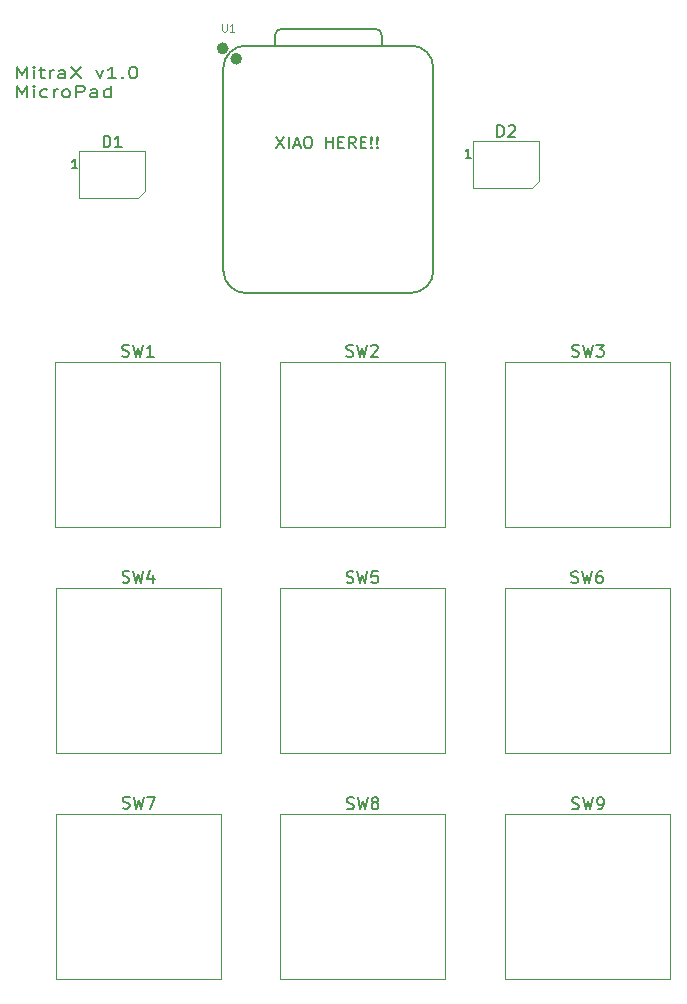
<source format=gbr>
%TF.GenerationSoftware,KiCad,Pcbnew,9.0.6*%
%TF.CreationDate,2025-12-19T09:04:58+05:30*%
%TF.ProjectId,HACKPAD,4841434b-5041-4442-9e6b-696361645f70,rev?*%
%TF.SameCoordinates,Original*%
%TF.FileFunction,Legend,Top*%
%TF.FilePolarity,Positive*%
%FSLAX46Y46*%
G04 Gerber Fmt 4.6, Leading zero omitted, Abs format (unit mm)*
G04 Created by KiCad (PCBNEW 9.0.6) date 2025-12-19 09:04:58*
%MOMM*%
%LPD*%
G01*
G04 APERTURE LIST*
%ADD10C,0.150000*%
%ADD11C,0.101600*%
%ADD12C,0.120000*%
%ADD13C,0.127000*%
%ADD14C,0.100000*%
%ADD15C,0.504000*%
G04 APERTURE END LIST*
D10*
X120538303Y-54647875D02*
X120538303Y-53647875D01*
X120538303Y-53647875D02*
X120954969Y-54362160D01*
X120954969Y-54362160D02*
X121371636Y-53647875D01*
X121371636Y-53647875D02*
X121371636Y-54647875D01*
X121966874Y-54647875D02*
X121966874Y-53981208D01*
X121966874Y-53647875D02*
X121907350Y-53695494D01*
X121907350Y-53695494D02*
X121966874Y-53743113D01*
X121966874Y-53743113D02*
X122026397Y-53695494D01*
X122026397Y-53695494D02*
X121966874Y-53647875D01*
X121966874Y-53647875D02*
X121966874Y-53743113D01*
X122383540Y-53981208D02*
X122859731Y-53981208D01*
X122562112Y-53647875D02*
X122562112Y-54505017D01*
X122562112Y-54505017D02*
X122621635Y-54600256D01*
X122621635Y-54600256D02*
X122740683Y-54647875D01*
X122740683Y-54647875D02*
X122859731Y-54647875D01*
X123276398Y-54647875D02*
X123276398Y-53981208D01*
X123276398Y-54171684D02*
X123335921Y-54076446D01*
X123335921Y-54076446D02*
X123395445Y-54028827D01*
X123395445Y-54028827D02*
X123514493Y-53981208D01*
X123514493Y-53981208D02*
X123633540Y-53981208D01*
X124585922Y-54647875D02*
X124585922Y-54124065D01*
X124585922Y-54124065D02*
X124526398Y-54028827D01*
X124526398Y-54028827D02*
X124407350Y-53981208D01*
X124407350Y-53981208D02*
X124169255Y-53981208D01*
X124169255Y-53981208D02*
X124050208Y-54028827D01*
X124585922Y-54600256D02*
X124466874Y-54647875D01*
X124466874Y-54647875D02*
X124169255Y-54647875D01*
X124169255Y-54647875D02*
X124050208Y-54600256D01*
X124050208Y-54600256D02*
X123990684Y-54505017D01*
X123990684Y-54505017D02*
X123990684Y-54409779D01*
X123990684Y-54409779D02*
X124050208Y-54314541D01*
X124050208Y-54314541D02*
X124169255Y-54266922D01*
X124169255Y-54266922D02*
X124466874Y-54266922D01*
X124466874Y-54266922D02*
X124585922Y-54219303D01*
X125062112Y-53647875D02*
X125895445Y-54647875D01*
X125895445Y-53647875D02*
X125062112Y-54647875D01*
X127204969Y-53981208D02*
X127502588Y-54647875D01*
X127502588Y-54647875D02*
X127800207Y-53981208D01*
X128931159Y-54647875D02*
X128216874Y-54647875D01*
X128574017Y-54647875D02*
X128574017Y-53647875D01*
X128574017Y-53647875D02*
X128454969Y-53790732D01*
X128454969Y-53790732D02*
X128335921Y-53885970D01*
X128335921Y-53885970D02*
X128216874Y-53933589D01*
X129466874Y-54552636D02*
X129526397Y-54600256D01*
X129526397Y-54600256D02*
X129466874Y-54647875D01*
X129466874Y-54647875D02*
X129407350Y-54600256D01*
X129407350Y-54600256D02*
X129466874Y-54552636D01*
X129466874Y-54552636D02*
X129466874Y-54647875D01*
X130300207Y-53647875D02*
X130419254Y-53647875D01*
X130419254Y-53647875D02*
X130538302Y-53695494D01*
X130538302Y-53695494D02*
X130597826Y-53743113D01*
X130597826Y-53743113D02*
X130657350Y-53838351D01*
X130657350Y-53838351D02*
X130716873Y-54028827D01*
X130716873Y-54028827D02*
X130716873Y-54266922D01*
X130716873Y-54266922D02*
X130657350Y-54457398D01*
X130657350Y-54457398D02*
X130597826Y-54552636D01*
X130597826Y-54552636D02*
X130538302Y-54600256D01*
X130538302Y-54600256D02*
X130419254Y-54647875D01*
X130419254Y-54647875D02*
X130300207Y-54647875D01*
X130300207Y-54647875D02*
X130181159Y-54600256D01*
X130181159Y-54600256D02*
X130121635Y-54552636D01*
X130121635Y-54552636D02*
X130062112Y-54457398D01*
X130062112Y-54457398D02*
X130002588Y-54266922D01*
X130002588Y-54266922D02*
X130002588Y-54028827D01*
X130002588Y-54028827D02*
X130062112Y-53838351D01*
X130062112Y-53838351D02*
X130121635Y-53743113D01*
X130121635Y-53743113D02*
X130181159Y-53695494D01*
X130181159Y-53695494D02*
X130300207Y-53647875D01*
X120538303Y-56257819D02*
X120538303Y-55257819D01*
X120538303Y-55257819D02*
X120954969Y-55972104D01*
X120954969Y-55972104D02*
X121371636Y-55257819D01*
X121371636Y-55257819D02*
X121371636Y-56257819D01*
X121966874Y-56257819D02*
X121966874Y-55591152D01*
X121966874Y-55257819D02*
X121907350Y-55305438D01*
X121907350Y-55305438D02*
X121966874Y-55353057D01*
X121966874Y-55353057D02*
X122026397Y-55305438D01*
X122026397Y-55305438D02*
X121966874Y-55257819D01*
X121966874Y-55257819D02*
X121966874Y-55353057D01*
X123097826Y-56210200D02*
X122978778Y-56257819D01*
X122978778Y-56257819D02*
X122740683Y-56257819D01*
X122740683Y-56257819D02*
X122621635Y-56210200D01*
X122621635Y-56210200D02*
X122562112Y-56162580D01*
X122562112Y-56162580D02*
X122502588Y-56067342D01*
X122502588Y-56067342D02*
X122502588Y-55781628D01*
X122502588Y-55781628D02*
X122562112Y-55686390D01*
X122562112Y-55686390D02*
X122621635Y-55638771D01*
X122621635Y-55638771D02*
X122740683Y-55591152D01*
X122740683Y-55591152D02*
X122978778Y-55591152D01*
X122978778Y-55591152D02*
X123097826Y-55638771D01*
X123633541Y-56257819D02*
X123633541Y-55591152D01*
X123633541Y-55781628D02*
X123693064Y-55686390D01*
X123693064Y-55686390D02*
X123752588Y-55638771D01*
X123752588Y-55638771D02*
X123871636Y-55591152D01*
X123871636Y-55591152D02*
X123990683Y-55591152D01*
X124585922Y-56257819D02*
X124466874Y-56210200D01*
X124466874Y-56210200D02*
X124407351Y-56162580D01*
X124407351Y-56162580D02*
X124347827Y-56067342D01*
X124347827Y-56067342D02*
X124347827Y-55781628D01*
X124347827Y-55781628D02*
X124407351Y-55686390D01*
X124407351Y-55686390D02*
X124466874Y-55638771D01*
X124466874Y-55638771D02*
X124585922Y-55591152D01*
X124585922Y-55591152D02*
X124764493Y-55591152D01*
X124764493Y-55591152D02*
X124883541Y-55638771D01*
X124883541Y-55638771D02*
X124943065Y-55686390D01*
X124943065Y-55686390D02*
X125002589Y-55781628D01*
X125002589Y-55781628D02*
X125002589Y-56067342D01*
X125002589Y-56067342D02*
X124943065Y-56162580D01*
X124943065Y-56162580D02*
X124883541Y-56210200D01*
X124883541Y-56210200D02*
X124764493Y-56257819D01*
X124764493Y-56257819D02*
X124585922Y-56257819D01*
X125538303Y-56257819D02*
X125538303Y-55257819D01*
X125538303Y-55257819D02*
X126014493Y-55257819D01*
X126014493Y-55257819D02*
X126133541Y-55305438D01*
X126133541Y-55305438D02*
X126193064Y-55353057D01*
X126193064Y-55353057D02*
X126252588Y-55448295D01*
X126252588Y-55448295D02*
X126252588Y-55591152D01*
X126252588Y-55591152D02*
X126193064Y-55686390D01*
X126193064Y-55686390D02*
X126133541Y-55734009D01*
X126133541Y-55734009D02*
X126014493Y-55781628D01*
X126014493Y-55781628D02*
X125538303Y-55781628D01*
X127324017Y-56257819D02*
X127324017Y-55734009D01*
X127324017Y-55734009D02*
X127264493Y-55638771D01*
X127264493Y-55638771D02*
X127145445Y-55591152D01*
X127145445Y-55591152D02*
X126907350Y-55591152D01*
X126907350Y-55591152D02*
X126788303Y-55638771D01*
X127324017Y-56210200D02*
X127204969Y-56257819D01*
X127204969Y-56257819D02*
X126907350Y-56257819D01*
X126907350Y-56257819D02*
X126788303Y-56210200D01*
X126788303Y-56210200D02*
X126728779Y-56114961D01*
X126728779Y-56114961D02*
X126728779Y-56019723D01*
X126728779Y-56019723D02*
X126788303Y-55924485D01*
X126788303Y-55924485D02*
X126907350Y-55876866D01*
X126907350Y-55876866D02*
X127204969Y-55876866D01*
X127204969Y-55876866D02*
X127324017Y-55829247D01*
X128454969Y-56257819D02*
X128454969Y-55257819D01*
X128454969Y-56210200D02*
X128335921Y-56257819D01*
X128335921Y-56257819D02*
X128097826Y-56257819D01*
X128097826Y-56257819D02*
X127978778Y-56210200D01*
X127978778Y-56210200D02*
X127919255Y-56162580D01*
X127919255Y-56162580D02*
X127859731Y-56067342D01*
X127859731Y-56067342D02*
X127859731Y-55781628D01*
X127859731Y-55781628D02*
X127919255Y-55686390D01*
X127919255Y-55686390D02*
X127978778Y-55638771D01*
X127978778Y-55638771D02*
X128097826Y-55591152D01*
X128097826Y-55591152D02*
X128335921Y-55591152D01*
X128335921Y-55591152D02*
X128454969Y-55638771D01*
X142481541Y-59575819D02*
X143148207Y-60575819D01*
X143148207Y-59575819D02*
X142481541Y-60575819D01*
X143529160Y-60575819D02*
X143529160Y-59575819D01*
X143957731Y-60290104D02*
X144433921Y-60290104D01*
X143862493Y-60575819D02*
X144195826Y-59575819D01*
X144195826Y-59575819D02*
X144529159Y-60575819D01*
X145052969Y-59575819D02*
X145243445Y-59575819D01*
X145243445Y-59575819D02*
X145338683Y-59623438D01*
X145338683Y-59623438D02*
X145433921Y-59718676D01*
X145433921Y-59718676D02*
X145481540Y-59909152D01*
X145481540Y-59909152D02*
X145481540Y-60242485D01*
X145481540Y-60242485D02*
X145433921Y-60432961D01*
X145433921Y-60432961D02*
X145338683Y-60528200D01*
X145338683Y-60528200D02*
X145243445Y-60575819D01*
X145243445Y-60575819D02*
X145052969Y-60575819D01*
X145052969Y-60575819D02*
X144957731Y-60528200D01*
X144957731Y-60528200D02*
X144862493Y-60432961D01*
X144862493Y-60432961D02*
X144814874Y-60242485D01*
X144814874Y-60242485D02*
X144814874Y-59909152D01*
X144814874Y-59909152D02*
X144862493Y-59718676D01*
X144862493Y-59718676D02*
X144957731Y-59623438D01*
X144957731Y-59623438D02*
X145052969Y-59575819D01*
X146672017Y-60575819D02*
X146672017Y-59575819D01*
X146672017Y-60052009D02*
X147243445Y-60052009D01*
X147243445Y-60575819D02*
X147243445Y-59575819D01*
X147719636Y-60052009D02*
X148052969Y-60052009D01*
X148195826Y-60575819D02*
X147719636Y-60575819D01*
X147719636Y-60575819D02*
X147719636Y-59575819D01*
X147719636Y-59575819D02*
X148195826Y-59575819D01*
X149195826Y-60575819D02*
X148862493Y-60099628D01*
X148624398Y-60575819D02*
X148624398Y-59575819D01*
X148624398Y-59575819D02*
X149005350Y-59575819D01*
X149005350Y-59575819D02*
X149100588Y-59623438D01*
X149100588Y-59623438D02*
X149148207Y-59671057D01*
X149148207Y-59671057D02*
X149195826Y-59766295D01*
X149195826Y-59766295D02*
X149195826Y-59909152D01*
X149195826Y-59909152D02*
X149148207Y-60004390D01*
X149148207Y-60004390D02*
X149100588Y-60052009D01*
X149100588Y-60052009D02*
X149005350Y-60099628D01*
X149005350Y-60099628D02*
X148624398Y-60099628D01*
X149624398Y-60052009D02*
X149957731Y-60052009D01*
X150100588Y-60575819D02*
X149624398Y-60575819D01*
X149624398Y-60575819D02*
X149624398Y-59575819D01*
X149624398Y-59575819D02*
X150100588Y-59575819D01*
X150529160Y-60480580D02*
X150576779Y-60528200D01*
X150576779Y-60528200D02*
X150529160Y-60575819D01*
X150529160Y-60575819D02*
X150481541Y-60528200D01*
X150481541Y-60528200D02*
X150529160Y-60480580D01*
X150529160Y-60480580D02*
X150529160Y-60575819D01*
X150529160Y-60194866D02*
X150481541Y-59623438D01*
X150481541Y-59623438D02*
X150529160Y-59575819D01*
X150529160Y-59575819D02*
X150576779Y-59623438D01*
X150576779Y-59623438D02*
X150529160Y-60194866D01*
X150529160Y-60194866D02*
X150529160Y-59575819D01*
X151005350Y-60480580D02*
X151052969Y-60528200D01*
X151052969Y-60528200D02*
X151005350Y-60575819D01*
X151005350Y-60575819D02*
X150957731Y-60528200D01*
X150957731Y-60528200D02*
X151005350Y-60480580D01*
X151005350Y-60480580D02*
X151005350Y-60575819D01*
X151005350Y-60194866D02*
X150957731Y-59623438D01*
X150957731Y-59623438D02*
X151005350Y-59575819D01*
X151005350Y-59575819D02*
X151052969Y-59623438D01*
X151052969Y-59623438D02*
X151005350Y-60194866D01*
X151005350Y-60194866D02*
X151005350Y-59575819D01*
X167456667Y-97323200D02*
X167599524Y-97370819D01*
X167599524Y-97370819D02*
X167837619Y-97370819D01*
X167837619Y-97370819D02*
X167932857Y-97323200D01*
X167932857Y-97323200D02*
X167980476Y-97275580D01*
X167980476Y-97275580D02*
X168028095Y-97180342D01*
X168028095Y-97180342D02*
X168028095Y-97085104D01*
X168028095Y-97085104D02*
X167980476Y-96989866D01*
X167980476Y-96989866D02*
X167932857Y-96942247D01*
X167932857Y-96942247D02*
X167837619Y-96894628D01*
X167837619Y-96894628D02*
X167647143Y-96847009D01*
X167647143Y-96847009D02*
X167551905Y-96799390D01*
X167551905Y-96799390D02*
X167504286Y-96751771D01*
X167504286Y-96751771D02*
X167456667Y-96656533D01*
X167456667Y-96656533D02*
X167456667Y-96561295D01*
X167456667Y-96561295D02*
X167504286Y-96466057D01*
X167504286Y-96466057D02*
X167551905Y-96418438D01*
X167551905Y-96418438D02*
X167647143Y-96370819D01*
X167647143Y-96370819D02*
X167885238Y-96370819D01*
X167885238Y-96370819D02*
X168028095Y-96418438D01*
X168361429Y-96370819D02*
X168599524Y-97370819D01*
X168599524Y-97370819D02*
X168790000Y-96656533D01*
X168790000Y-96656533D02*
X168980476Y-97370819D01*
X168980476Y-97370819D02*
X169218572Y-96370819D01*
X170028095Y-96370819D02*
X169837619Y-96370819D01*
X169837619Y-96370819D02*
X169742381Y-96418438D01*
X169742381Y-96418438D02*
X169694762Y-96466057D01*
X169694762Y-96466057D02*
X169599524Y-96608914D01*
X169599524Y-96608914D02*
X169551905Y-96799390D01*
X169551905Y-96799390D02*
X169551905Y-97180342D01*
X169551905Y-97180342D02*
X169599524Y-97275580D01*
X169599524Y-97275580D02*
X169647143Y-97323200D01*
X169647143Y-97323200D02*
X169742381Y-97370819D01*
X169742381Y-97370819D02*
X169932857Y-97370819D01*
X169932857Y-97370819D02*
X170028095Y-97323200D01*
X170028095Y-97323200D02*
X170075714Y-97275580D01*
X170075714Y-97275580D02*
X170123333Y-97180342D01*
X170123333Y-97180342D02*
X170123333Y-96942247D01*
X170123333Y-96942247D02*
X170075714Y-96847009D01*
X170075714Y-96847009D02*
X170028095Y-96799390D01*
X170028095Y-96799390D02*
X169932857Y-96751771D01*
X169932857Y-96751771D02*
X169742381Y-96751771D01*
X169742381Y-96751771D02*
X169647143Y-96799390D01*
X169647143Y-96799390D02*
X169599524Y-96847009D01*
X169599524Y-96847009D02*
X169551905Y-96942247D01*
X129416667Y-78163200D02*
X129559524Y-78210819D01*
X129559524Y-78210819D02*
X129797619Y-78210819D01*
X129797619Y-78210819D02*
X129892857Y-78163200D01*
X129892857Y-78163200D02*
X129940476Y-78115580D01*
X129940476Y-78115580D02*
X129988095Y-78020342D01*
X129988095Y-78020342D02*
X129988095Y-77925104D01*
X129988095Y-77925104D02*
X129940476Y-77829866D01*
X129940476Y-77829866D02*
X129892857Y-77782247D01*
X129892857Y-77782247D02*
X129797619Y-77734628D01*
X129797619Y-77734628D02*
X129607143Y-77687009D01*
X129607143Y-77687009D02*
X129511905Y-77639390D01*
X129511905Y-77639390D02*
X129464286Y-77591771D01*
X129464286Y-77591771D02*
X129416667Y-77496533D01*
X129416667Y-77496533D02*
X129416667Y-77401295D01*
X129416667Y-77401295D02*
X129464286Y-77306057D01*
X129464286Y-77306057D02*
X129511905Y-77258438D01*
X129511905Y-77258438D02*
X129607143Y-77210819D01*
X129607143Y-77210819D02*
X129845238Y-77210819D01*
X129845238Y-77210819D02*
X129988095Y-77258438D01*
X130321429Y-77210819D02*
X130559524Y-78210819D01*
X130559524Y-78210819D02*
X130750000Y-77496533D01*
X130750000Y-77496533D02*
X130940476Y-78210819D01*
X130940476Y-78210819D02*
X131178572Y-77210819D01*
X132083333Y-78210819D02*
X131511905Y-78210819D01*
X131797619Y-78210819D02*
X131797619Y-77210819D01*
X131797619Y-77210819D02*
X131702381Y-77353676D01*
X131702381Y-77353676D02*
X131607143Y-77448914D01*
X131607143Y-77448914D02*
X131511905Y-77496533D01*
D11*
X137896190Y-50061979D02*
X137896190Y-50576026D01*
X137896190Y-50576026D02*
X137926428Y-50636502D01*
X137926428Y-50636502D02*
X137956666Y-50666741D01*
X137956666Y-50666741D02*
X138017142Y-50696979D01*
X138017142Y-50696979D02*
X138138095Y-50696979D01*
X138138095Y-50696979D02*
X138198571Y-50666741D01*
X138198571Y-50666741D02*
X138228809Y-50636502D01*
X138228809Y-50636502D02*
X138259047Y-50576026D01*
X138259047Y-50576026D02*
X138259047Y-50061979D01*
X138894047Y-50696979D02*
X138531190Y-50696979D01*
X138712618Y-50696979D02*
X138712618Y-50061979D01*
X138712618Y-50061979D02*
X138652142Y-50152693D01*
X138652142Y-50152693D02*
X138591666Y-50213169D01*
X138591666Y-50213169D02*
X138531190Y-50243407D01*
D10*
X129476667Y-116423200D02*
X129619524Y-116470819D01*
X129619524Y-116470819D02*
X129857619Y-116470819D01*
X129857619Y-116470819D02*
X129952857Y-116423200D01*
X129952857Y-116423200D02*
X130000476Y-116375580D01*
X130000476Y-116375580D02*
X130048095Y-116280342D01*
X130048095Y-116280342D02*
X130048095Y-116185104D01*
X130048095Y-116185104D02*
X130000476Y-116089866D01*
X130000476Y-116089866D02*
X129952857Y-116042247D01*
X129952857Y-116042247D02*
X129857619Y-115994628D01*
X129857619Y-115994628D02*
X129667143Y-115947009D01*
X129667143Y-115947009D02*
X129571905Y-115899390D01*
X129571905Y-115899390D02*
X129524286Y-115851771D01*
X129524286Y-115851771D02*
X129476667Y-115756533D01*
X129476667Y-115756533D02*
X129476667Y-115661295D01*
X129476667Y-115661295D02*
X129524286Y-115566057D01*
X129524286Y-115566057D02*
X129571905Y-115518438D01*
X129571905Y-115518438D02*
X129667143Y-115470819D01*
X129667143Y-115470819D02*
X129905238Y-115470819D01*
X129905238Y-115470819D02*
X130048095Y-115518438D01*
X130381429Y-115470819D02*
X130619524Y-116470819D01*
X130619524Y-116470819D02*
X130810000Y-115756533D01*
X130810000Y-115756533D02*
X131000476Y-116470819D01*
X131000476Y-116470819D02*
X131238572Y-115470819D01*
X131524286Y-115470819D02*
X132190952Y-115470819D01*
X132190952Y-115470819D02*
X131762381Y-116470819D01*
X167516667Y-78163200D02*
X167659524Y-78210819D01*
X167659524Y-78210819D02*
X167897619Y-78210819D01*
X167897619Y-78210819D02*
X167992857Y-78163200D01*
X167992857Y-78163200D02*
X168040476Y-78115580D01*
X168040476Y-78115580D02*
X168088095Y-78020342D01*
X168088095Y-78020342D02*
X168088095Y-77925104D01*
X168088095Y-77925104D02*
X168040476Y-77829866D01*
X168040476Y-77829866D02*
X167992857Y-77782247D01*
X167992857Y-77782247D02*
X167897619Y-77734628D01*
X167897619Y-77734628D02*
X167707143Y-77687009D01*
X167707143Y-77687009D02*
X167611905Y-77639390D01*
X167611905Y-77639390D02*
X167564286Y-77591771D01*
X167564286Y-77591771D02*
X167516667Y-77496533D01*
X167516667Y-77496533D02*
X167516667Y-77401295D01*
X167516667Y-77401295D02*
X167564286Y-77306057D01*
X167564286Y-77306057D02*
X167611905Y-77258438D01*
X167611905Y-77258438D02*
X167707143Y-77210819D01*
X167707143Y-77210819D02*
X167945238Y-77210819D01*
X167945238Y-77210819D02*
X168088095Y-77258438D01*
X168421429Y-77210819D02*
X168659524Y-78210819D01*
X168659524Y-78210819D02*
X168850000Y-77496533D01*
X168850000Y-77496533D02*
X169040476Y-78210819D01*
X169040476Y-78210819D02*
X169278572Y-77210819D01*
X169564286Y-77210819D02*
X170183333Y-77210819D01*
X170183333Y-77210819D02*
X169850000Y-77591771D01*
X169850000Y-77591771D02*
X169992857Y-77591771D01*
X169992857Y-77591771D02*
X170088095Y-77639390D01*
X170088095Y-77639390D02*
X170135714Y-77687009D01*
X170135714Y-77687009D02*
X170183333Y-77782247D01*
X170183333Y-77782247D02*
X170183333Y-78020342D01*
X170183333Y-78020342D02*
X170135714Y-78115580D01*
X170135714Y-78115580D02*
X170088095Y-78163200D01*
X170088095Y-78163200D02*
X169992857Y-78210819D01*
X169992857Y-78210819D02*
X169707143Y-78210819D01*
X169707143Y-78210819D02*
X169611905Y-78163200D01*
X169611905Y-78163200D02*
X169564286Y-78115580D01*
X167526667Y-116483200D02*
X167669524Y-116530819D01*
X167669524Y-116530819D02*
X167907619Y-116530819D01*
X167907619Y-116530819D02*
X168002857Y-116483200D01*
X168002857Y-116483200D02*
X168050476Y-116435580D01*
X168050476Y-116435580D02*
X168098095Y-116340342D01*
X168098095Y-116340342D02*
X168098095Y-116245104D01*
X168098095Y-116245104D02*
X168050476Y-116149866D01*
X168050476Y-116149866D02*
X168002857Y-116102247D01*
X168002857Y-116102247D02*
X167907619Y-116054628D01*
X167907619Y-116054628D02*
X167717143Y-116007009D01*
X167717143Y-116007009D02*
X167621905Y-115959390D01*
X167621905Y-115959390D02*
X167574286Y-115911771D01*
X167574286Y-115911771D02*
X167526667Y-115816533D01*
X167526667Y-115816533D02*
X167526667Y-115721295D01*
X167526667Y-115721295D02*
X167574286Y-115626057D01*
X167574286Y-115626057D02*
X167621905Y-115578438D01*
X167621905Y-115578438D02*
X167717143Y-115530819D01*
X167717143Y-115530819D02*
X167955238Y-115530819D01*
X167955238Y-115530819D02*
X168098095Y-115578438D01*
X168431429Y-115530819D02*
X168669524Y-116530819D01*
X168669524Y-116530819D02*
X168860000Y-115816533D01*
X168860000Y-115816533D02*
X169050476Y-116530819D01*
X169050476Y-116530819D02*
X169288572Y-115530819D01*
X169717143Y-116530819D02*
X169907619Y-116530819D01*
X169907619Y-116530819D02*
X170002857Y-116483200D01*
X170002857Y-116483200D02*
X170050476Y-116435580D01*
X170050476Y-116435580D02*
X170145714Y-116292723D01*
X170145714Y-116292723D02*
X170193333Y-116102247D01*
X170193333Y-116102247D02*
X170193333Y-115721295D01*
X170193333Y-115721295D02*
X170145714Y-115626057D01*
X170145714Y-115626057D02*
X170098095Y-115578438D01*
X170098095Y-115578438D02*
X170002857Y-115530819D01*
X170002857Y-115530819D02*
X169812381Y-115530819D01*
X169812381Y-115530819D02*
X169717143Y-115578438D01*
X169717143Y-115578438D02*
X169669524Y-115626057D01*
X169669524Y-115626057D02*
X169621905Y-115721295D01*
X169621905Y-115721295D02*
X169621905Y-115959390D01*
X169621905Y-115959390D02*
X169669524Y-116054628D01*
X169669524Y-116054628D02*
X169717143Y-116102247D01*
X169717143Y-116102247D02*
X169812381Y-116149866D01*
X169812381Y-116149866D02*
X170002857Y-116149866D01*
X170002857Y-116149866D02*
X170098095Y-116102247D01*
X170098095Y-116102247D02*
X170145714Y-116054628D01*
X170145714Y-116054628D02*
X170193333Y-115959390D01*
X148426667Y-97323200D02*
X148569524Y-97370819D01*
X148569524Y-97370819D02*
X148807619Y-97370819D01*
X148807619Y-97370819D02*
X148902857Y-97323200D01*
X148902857Y-97323200D02*
X148950476Y-97275580D01*
X148950476Y-97275580D02*
X148998095Y-97180342D01*
X148998095Y-97180342D02*
X148998095Y-97085104D01*
X148998095Y-97085104D02*
X148950476Y-96989866D01*
X148950476Y-96989866D02*
X148902857Y-96942247D01*
X148902857Y-96942247D02*
X148807619Y-96894628D01*
X148807619Y-96894628D02*
X148617143Y-96847009D01*
X148617143Y-96847009D02*
X148521905Y-96799390D01*
X148521905Y-96799390D02*
X148474286Y-96751771D01*
X148474286Y-96751771D02*
X148426667Y-96656533D01*
X148426667Y-96656533D02*
X148426667Y-96561295D01*
X148426667Y-96561295D02*
X148474286Y-96466057D01*
X148474286Y-96466057D02*
X148521905Y-96418438D01*
X148521905Y-96418438D02*
X148617143Y-96370819D01*
X148617143Y-96370819D02*
X148855238Y-96370819D01*
X148855238Y-96370819D02*
X148998095Y-96418438D01*
X149331429Y-96370819D02*
X149569524Y-97370819D01*
X149569524Y-97370819D02*
X149760000Y-96656533D01*
X149760000Y-96656533D02*
X149950476Y-97370819D01*
X149950476Y-97370819D02*
X150188572Y-96370819D01*
X151045714Y-96370819D02*
X150569524Y-96370819D01*
X150569524Y-96370819D02*
X150521905Y-96847009D01*
X150521905Y-96847009D02*
X150569524Y-96799390D01*
X150569524Y-96799390D02*
X150664762Y-96751771D01*
X150664762Y-96751771D02*
X150902857Y-96751771D01*
X150902857Y-96751771D02*
X150998095Y-96799390D01*
X150998095Y-96799390D02*
X151045714Y-96847009D01*
X151045714Y-96847009D02*
X151093333Y-96942247D01*
X151093333Y-96942247D02*
X151093333Y-97180342D01*
X151093333Y-97180342D02*
X151045714Y-97275580D01*
X151045714Y-97275580D02*
X150998095Y-97323200D01*
X150998095Y-97323200D02*
X150902857Y-97370819D01*
X150902857Y-97370819D02*
X150664762Y-97370819D01*
X150664762Y-97370819D02*
X150569524Y-97323200D01*
X150569524Y-97323200D02*
X150521905Y-97275580D01*
X129456667Y-97293200D02*
X129599524Y-97340819D01*
X129599524Y-97340819D02*
X129837619Y-97340819D01*
X129837619Y-97340819D02*
X129932857Y-97293200D01*
X129932857Y-97293200D02*
X129980476Y-97245580D01*
X129980476Y-97245580D02*
X130028095Y-97150342D01*
X130028095Y-97150342D02*
X130028095Y-97055104D01*
X130028095Y-97055104D02*
X129980476Y-96959866D01*
X129980476Y-96959866D02*
X129932857Y-96912247D01*
X129932857Y-96912247D02*
X129837619Y-96864628D01*
X129837619Y-96864628D02*
X129647143Y-96817009D01*
X129647143Y-96817009D02*
X129551905Y-96769390D01*
X129551905Y-96769390D02*
X129504286Y-96721771D01*
X129504286Y-96721771D02*
X129456667Y-96626533D01*
X129456667Y-96626533D02*
X129456667Y-96531295D01*
X129456667Y-96531295D02*
X129504286Y-96436057D01*
X129504286Y-96436057D02*
X129551905Y-96388438D01*
X129551905Y-96388438D02*
X129647143Y-96340819D01*
X129647143Y-96340819D02*
X129885238Y-96340819D01*
X129885238Y-96340819D02*
X130028095Y-96388438D01*
X130361429Y-96340819D02*
X130599524Y-97340819D01*
X130599524Y-97340819D02*
X130790000Y-96626533D01*
X130790000Y-96626533D02*
X130980476Y-97340819D01*
X130980476Y-97340819D02*
X131218572Y-96340819D01*
X132028095Y-96674152D02*
X132028095Y-97340819D01*
X131790000Y-96293200D02*
X131551905Y-97007485D01*
X131551905Y-97007485D02*
X132170952Y-97007485D01*
X127849405Y-60492319D02*
X127849405Y-59492319D01*
X127849405Y-59492319D02*
X128087500Y-59492319D01*
X128087500Y-59492319D02*
X128230357Y-59539938D01*
X128230357Y-59539938D02*
X128325595Y-59635176D01*
X128325595Y-59635176D02*
X128373214Y-59730414D01*
X128373214Y-59730414D02*
X128420833Y-59920890D01*
X128420833Y-59920890D02*
X128420833Y-60063747D01*
X128420833Y-60063747D02*
X128373214Y-60254223D01*
X128373214Y-60254223D02*
X128325595Y-60349461D01*
X128325595Y-60349461D02*
X128230357Y-60444700D01*
X128230357Y-60444700D02*
X128087500Y-60492319D01*
X128087500Y-60492319D02*
X127849405Y-60492319D01*
X129373214Y-60492319D02*
X128801786Y-60492319D01*
X129087500Y-60492319D02*
X129087500Y-59492319D01*
X129087500Y-59492319D02*
X128992262Y-59635176D01*
X128992262Y-59635176D02*
X128897024Y-59730414D01*
X128897024Y-59730414D02*
X128801786Y-59778033D01*
X125616071Y-62274795D02*
X125158928Y-62274795D01*
X125387500Y-62274795D02*
X125387500Y-61474795D01*
X125387500Y-61474795D02*
X125311309Y-61589080D01*
X125311309Y-61589080D02*
X125235119Y-61665271D01*
X125235119Y-61665271D02*
X125158928Y-61703366D01*
X161186905Y-59617319D02*
X161186905Y-58617319D01*
X161186905Y-58617319D02*
X161425000Y-58617319D01*
X161425000Y-58617319D02*
X161567857Y-58664938D01*
X161567857Y-58664938D02*
X161663095Y-58760176D01*
X161663095Y-58760176D02*
X161710714Y-58855414D01*
X161710714Y-58855414D02*
X161758333Y-59045890D01*
X161758333Y-59045890D02*
X161758333Y-59188747D01*
X161758333Y-59188747D02*
X161710714Y-59379223D01*
X161710714Y-59379223D02*
X161663095Y-59474461D01*
X161663095Y-59474461D02*
X161567857Y-59569700D01*
X161567857Y-59569700D02*
X161425000Y-59617319D01*
X161425000Y-59617319D02*
X161186905Y-59617319D01*
X162139286Y-58712557D02*
X162186905Y-58664938D01*
X162186905Y-58664938D02*
X162282143Y-58617319D01*
X162282143Y-58617319D02*
X162520238Y-58617319D01*
X162520238Y-58617319D02*
X162615476Y-58664938D01*
X162615476Y-58664938D02*
X162663095Y-58712557D01*
X162663095Y-58712557D02*
X162710714Y-58807795D01*
X162710714Y-58807795D02*
X162710714Y-58903033D01*
X162710714Y-58903033D02*
X162663095Y-59045890D01*
X162663095Y-59045890D02*
X162091667Y-59617319D01*
X162091667Y-59617319D02*
X162710714Y-59617319D01*
X158953571Y-61399795D02*
X158496428Y-61399795D01*
X158725000Y-61399795D02*
X158725000Y-60599795D01*
X158725000Y-60599795D02*
X158648809Y-60714080D01*
X158648809Y-60714080D02*
X158572619Y-60790271D01*
X158572619Y-60790271D02*
X158496428Y-60828366D01*
X148406667Y-78163200D02*
X148549524Y-78210819D01*
X148549524Y-78210819D02*
X148787619Y-78210819D01*
X148787619Y-78210819D02*
X148882857Y-78163200D01*
X148882857Y-78163200D02*
X148930476Y-78115580D01*
X148930476Y-78115580D02*
X148978095Y-78020342D01*
X148978095Y-78020342D02*
X148978095Y-77925104D01*
X148978095Y-77925104D02*
X148930476Y-77829866D01*
X148930476Y-77829866D02*
X148882857Y-77782247D01*
X148882857Y-77782247D02*
X148787619Y-77734628D01*
X148787619Y-77734628D02*
X148597143Y-77687009D01*
X148597143Y-77687009D02*
X148501905Y-77639390D01*
X148501905Y-77639390D02*
X148454286Y-77591771D01*
X148454286Y-77591771D02*
X148406667Y-77496533D01*
X148406667Y-77496533D02*
X148406667Y-77401295D01*
X148406667Y-77401295D02*
X148454286Y-77306057D01*
X148454286Y-77306057D02*
X148501905Y-77258438D01*
X148501905Y-77258438D02*
X148597143Y-77210819D01*
X148597143Y-77210819D02*
X148835238Y-77210819D01*
X148835238Y-77210819D02*
X148978095Y-77258438D01*
X149311429Y-77210819D02*
X149549524Y-78210819D01*
X149549524Y-78210819D02*
X149740000Y-77496533D01*
X149740000Y-77496533D02*
X149930476Y-78210819D01*
X149930476Y-78210819D02*
X150168572Y-77210819D01*
X150501905Y-77306057D02*
X150549524Y-77258438D01*
X150549524Y-77258438D02*
X150644762Y-77210819D01*
X150644762Y-77210819D02*
X150882857Y-77210819D01*
X150882857Y-77210819D02*
X150978095Y-77258438D01*
X150978095Y-77258438D02*
X151025714Y-77306057D01*
X151025714Y-77306057D02*
X151073333Y-77401295D01*
X151073333Y-77401295D02*
X151073333Y-77496533D01*
X151073333Y-77496533D02*
X151025714Y-77639390D01*
X151025714Y-77639390D02*
X150454286Y-78210819D01*
X150454286Y-78210819D02*
X151073333Y-78210819D01*
X148446667Y-116483200D02*
X148589524Y-116530819D01*
X148589524Y-116530819D02*
X148827619Y-116530819D01*
X148827619Y-116530819D02*
X148922857Y-116483200D01*
X148922857Y-116483200D02*
X148970476Y-116435580D01*
X148970476Y-116435580D02*
X149018095Y-116340342D01*
X149018095Y-116340342D02*
X149018095Y-116245104D01*
X149018095Y-116245104D02*
X148970476Y-116149866D01*
X148970476Y-116149866D02*
X148922857Y-116102247D01*
X148922857Y-116102247D02*
X148827619Y-116054628D01*
X148827619Y-116054628D02*
X148637143Y-116007009D01*
X148637143Y-116007009D02*
X148541905Y-115959390D01*
X148541905Y-115959390D02*
X148494286Y-115911771D01*
X148494286Y-115911771D02*
X148446667Y-115816533D01*
X148446667Y-115816533D02*
X148446667Y-115721295D01*
X148446667Y-115721295D02*
X148494286Y-115626057D01*
X148494286Y-115626057D02*
X148541905Y-115578438D01*
X148541905Y-115578438D02*
X148637143Y-115530819D01*
X148637143Y-115530819D02*
X148875238Y-115530819D01*
X148875238Y-115530819D02*
X149018095Y-115578438D01*
X149351429Y-115530819D02*
X149589524Y-116530819D01*
X149589524Y-116530819D02*
X149780000Y-115816533D01*
X149780000Y-115816533D02*
X149970476Y-116530819D01*
X149970476Y-116530819D02*
X150208572Y-115530819D01*
X150732381Y-115959390D02*
X150637143Y-115911771D01*
X150637143Y-115911771D02*
X150589524Y-115864152D01*
X150589524Y-115864152D02*
X150541905Y-115768914D01*
X150541905Y-115768914D02*
X150541905Y-115721295D01*
X150541905Y-115721295D02*
X150589524Y-115626057D01*
X150589524Y-115626057D02*
X150637143Y-115578438D01*
X150637143Y-115578438D02*
X150732381Y-115530819D01*
X150732381Y-115530819D02*
X150922857Y-115530819D01*
X150922857Y-115530819D02*
X151018095Y-115578438D01*
X151018095Y-115578438D02*
X151065714Y-115626057D01*
X151065714Y-115626057D02*
X151113333Y-115721295D01*
X151113333Y-115721295D02*
X151113333Y-115768914D01*
X151113333Y-115768914D02*
X151065714Y-115864152D01*
X151065714Y-115864152D02*
X151018095Y-115911771D01*
X151018095Y-115911771D02*
X150922857Y-115959390D01*
X150922857Y-115959390D02*
X150732381Y-115959390D01*
X150732381Y-115959390D02*
X150637143Y-116007009D01*
X150637143Y-116007009D02*
X150589524Y-116054628D01*
X150589524Y-116054628D02*
X150541905Y-116149866D01*
X150541905Y-116149866D02*
X150541905Y-116340342D01*
X150541905Y-116340342D02*
X150589524Y-116435580D01*
X150589524Y-116435580D02*
X150637143Y-116483200D01*
X150637143Y-116483200D02*
X150732381Y-116530819D01*
X150732381Y-116530819D02*
X150922857Y-116530819D01*
X150922857Y-116530819D02*
X151018095Y-116483200D01*
X151018095Y-116483200D02*
X151065714Y-116435580D01*
X151065714Y-116435580D02*
X151113333Y-116340342D01*
X151113333Y-116340342D02*
X151113333Y-116149866D01*
X151113333Y-116149866D02*
X151065714Y-116054628D01*
X151065714Y-116054628D02*
X151018095Y-116007009D01*
X151018095Y-116007009D02*
X150922857Y-115959390D01*
D12*
%TO.C,SW6*%
X161805000Y-97805000D02*
X175775000Y-97805000D01*
X161805000Y-111775000D02*
X161805000Y-97805000D01*
X175775000Y-97805000D02*
X175775000Y-111775000D01*
X175775000Y-111775000D02*
X161805000Y-111775000D01*
%TO.C,SW1*%
X123765000Y-78645000D02*
X137735000Y-78645000D01*
X123765000Y-92615000D02*
X123765000Y-78645000D01*
X137735000Y-78645000D02*
X137735000Y-92615000D01*
X137735000Y-92615000D02*
X123765000Y-92615000D01*
D13*
%TO.C,U1*%
X137990000Y-70917500D02*
X137990000Y-53772500D01*
X139895000Y-72822500D02*
X153865000Y-72822500D01*
X142385000Y-51867500D02*
X142388728Y-50957228D01*
X142888728Y-50457500D02*
X150884000Y-50457500D01*
X151384000Y-50957500D02*
X151384000Y-51867500D01*
D14*
X153865000Y-51867500D02*
X139895000Y-51867500D01*
D13*
X153865000Y-51867500D02*
X139895000Y-51867500D01*
X155770000Y-70917500D02*
X155770000Y-53772500D01*
X137990000Y-53772500D02*
G75*
G02*
X139895000Y-51867500I1905001J-1D01*
G01*
X139895000Y-72822500D02*
G75*
G02*
X137990000Y-70917500I1J1905001D01*
G01*
X142388728Y-50957228D02*
G75*
G02*
X142888728Y-50457501I500018J-291D01*
G01*
X150884000Y-50457500D02*
G75*
G02*
X151384000Y-50957500I0J-500000D01*
G01*
X153865000Y-51867500D02*
G75*
G02*
X155770000Y-53772500I0J-1905000D01*
G01*
X155770000Y-70917500D02*
G75*
G02*
X153865000Y-72822500I-1905000J0D01*
G01*
D15*
X138182000Y-52108500D02*
G75*
G02*
X137678000Y-52108500I-252000J0D01*
G01*
X137678000Y-52108500D02*
G75*
G02*
X138182000Y-52108500I252000J0D01*
G01*
X139325000Y-52988500D02*
G75*
G02*
X138821000Y-52988500I-252000J0D01*
G01*
X138821000Y-52988500D02*
G75*
G02*
X139325000Y-52988500I252000J0D01*
G01*
D12*
%TO.C,SW7*%
X123825000Y-116905000D02*
X137795000Y-116905000D01*
X123825000Y-130875000D02*
X123825000Y-116905000D01*
X137795000Y-116905000D02*
X137795000Y-130875000D01*
X137795000Y-130875000D02*
X123825000Y-130875000D01*
%TO.C,SW3*%
X161865000Y-78645000D02*
X175835000Y-78645000D01*
X161865000Y-92615000D02*
X161865000Y-78645000D01*
X175835000Y-78645000D02*
X175835000Y-92615000D01*
X175835000Y-92615000D02*
X161865000Y-92615000D01*
%TO.C,SW9*%
X161875000Y-116965000D02*
X175845000Y-116965000D01*
X161875000Y-130935000D02*
X161875000Y-116965000D01*
X175845000Y-116965000D02*
X175845000Y-130935000D01*
X175845000Y-130935000D02*
X161875000Y-130935000D01*
%TO.C,SW5*%
X142775000Y-97805000D02*
X156745000Y-97805000D01*
X142775000Y-111775000D02*
X142775000Y-97805000D01*
X156745000Y-97805000D02*
X156745000Y-111775000D01*
X156745000Y-111775000D02*
X142775000Y-111775000D01*
%TO.C,SW4*%
X123805000Y-97775000D02*
X137775000Y-97775000D01*
X123805000Y-111745000D02*
X123805000Y-97775000D01*
X137775000Y-97775000D02*
X137775000Y-111745000D01*
X137775000Y-111745000D02*
X123805000Y-111745000D01*
%TO.C,D1*%
X125787500Y-60787500D02*
X125787500Y-64787500D01*
X125787500Y-60787500D02*
X131387500Y-60787500D01*
X125787500Y-64787500D02*
X130787500Y-64787500D01*
X131387500Y-64187500D02*
X130787500Y-64787500D01*
X131387500Y-64187500D02*
X131387500Y-60787500D01*
%TO.C,D2*%
X159125000Y-59912500D02*
X159125000Y-63912500D01*
X159125000Y-59912500D02*
X164725000Y-59912500D01*
X159125000Y-63912500D02*
X164125000Y-63912500D01*
X164725000Y-63312500D02*
X164125000Y-63912500D01*
X164725000Y-63312500D02*
X164725000Y-59912500D01*
%TO.C,SW2*%
X142755000Y-78645000D02*
X156725000Y-78645000D01*
X142755000Y-92615000D02*
X142755000Y-78645000D01*
X156725000Y-78645000D02*
X156725000Y-92615000D01*
X156725000Y-92615000D02*
X142755000Y-92615000D01*
%TO.C,SW8*%
X142795000Y-116965000D02*
X156765000Y-116965000D01*
X142795000Y-130935000D02*
X142795000Y-116965000D01*
X156765000Y-116965000D02*
X156765000Y-130935000D01*
X156765000Y-130935000D02*
X142795000Y-130935000D01*
%TD*%
M02*

</source>
